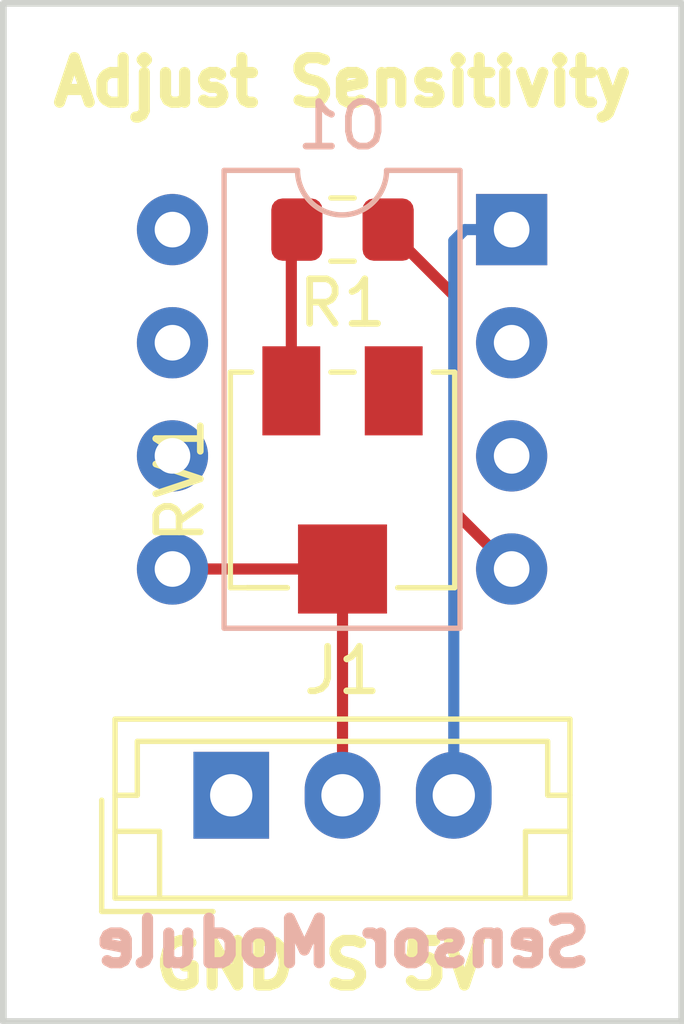
<source format=kicad_pcb>

(kicad_pcb
  (version 20171130)
  (host pcbnew "(5.0.0-3-g5ebb6b6)")
  (general
    (thickness 1.6)
    (drawings 7)
    (tracks 11)
    (zones 0)
    (modules 4)
    (nets 6))
  (page A4)
  (layers
    (0 F.Cu signal)
    (31 B.Cu signal)
    (32 B.Adhes user)
    (33 F.Adhes user)
    (34 B.Paste user)
    (35 F.Paste user)
    (36 B.SilkS user)
    (37 F.SilkS user)
    (38 B.Mask user)
    (39 F.Mask user)
    (40 Dwgs.User user)
    (41 Cmts.User user)
    (42 Eco1.User user)
    (43 Eco2.User user)
    (44 Edge.Cuts user)
    (45 Margin user)
    (46 B.CrtYd user)
    (47 F.CrtYd user)
    (48 B.Fab user)
    (49 F.Fab user))
  (setup
    (last_trace_width 0.25)
    (trace_clearance 0.2)
    (zone_clearance 0.508)
    (zone_45_only no)
    (trace_min 0.2)
    (segment_width 0.2)
    (edge_width 0.15)
    (via_size 0.8)
    (via_drill 0.4)
    (via_min_size 0.4)
    (via_min_drill 0.3)
    (uvia_size 0.3)
    (uvia_drill 0.1)
    (uvias_allowed no)
    (uvia_min_size 0.2)
    (uvia_min_drill 0.1)
    (pcb_text_width 0.3)
    (pcb_text_size 1.5 1.5)
    (mod_edge_width 0.15)
    (mod_text_size 1 1)
    (mod_text_width 0.15)
    (pad_size 1.524 1.524)
    (pad_drill 0.762)
    (pad_to_mask_clearance 0.2)
    (aux_axis_origin 0 0)
    (visible_elements FFFFFF7F)
    (pcbplotparams
      (layerselection 0x3ffff_ffffffff)
      (usegerberextensions false)
      (usegerberattributes false)
      (usegerberadvancedattributes false)
      (creategerberjobfile false)
      (excludeedgelayer true)
      (linewidth 0.1)
      (plotframeref false)
      (viasonmask false)
      (mode 1)
      (useauxorigin false)
      (hpglpennumber 1)
      (hpglpenspeed 20)
      (hpglpendiameter 15.0)
      (psnegative false)
      (psa4output false)
      (plotreference true)
      (plotvalue true)
      (plotinvisibletext false)
      (padsonsilk false)
      (subtractmaskfromsilk false)
      (outputformat 1)
      (mirror false)
      (drillshape 0)
      (scaleselection 1)
      (outputdirectory "")))
  (net 0 "")
  (net 1 GND)
  (net 2 "Net-(J1-Pad2)")
  (net 3 +5V)
  (net 4 "Net-(O1-Pad4)")
  (net 5 "Net-(R1-Pad2)")
  (net_class Default "Dies ist die voreingestellte Netzklasse."
    (clearance 0.2)
    (trace_width 0.25)
    (via_dia 0.8)
    (via_drill 0.4)
    (uvia_dia 0.3)
    (uvia_drill 0.1)
    (add_net +5V)
    (add_net GND)
    (add_net "Net-(J1-Pad2)")
    (add_net "Net-(O1-Pad4)")
    (add_net "Net-(R1-Pad2)"))
  (module Connector_JST:JST_EH_B03B-EH-A_1x03_P2.50mm_Vertical
    (layer F.Cu)
    (tedit 5A0EB040)
    (tstamp 5C132464)
    (at 130.85 66.04)
    (descr "JST EH series connector, B03B-EH-A (http://www.jst-mfg.com/product/pdf/eng/eEH.pdf), generated with kicad-footprint-generator")
    (tags "connector JST EH side entry")
    (path /5BEB690C)
    (fp_text reference J1
      (at 2.5 -2.8)
      (layer F.SilkS)
      (effects
        (font
          (size 1 1)
          (thickness 0.15))))
    (fp_text value Conn_01x03_Male
      (at 2.5 3.4)
      (layer F.Fab)
      (effects
        (font
          (size 1 1)
          (thickness 0.15))))
    (fp_text user %R
      (at 2.5 1.5)
      (layer F.Fab)
      (effects
        (font
          (size 1 1)
          (thickness 0.15))))
    (fp_line
      (start -2.5 -1.6)
      (end -2.5 2.2)
      (layer F.Fab)
      (width 0.1))
    (fp_line
      (start -2.5 2.2)
      (end 7.5 2.2)
      (layer F.Fab)
      (width 0.1))
    (fp_line
      (start 7.5 2.2)
      (end 7.5 -1.6)
      (layer F.Fab)
      (width 0.1))
    (fp_line
      (start 7.5 -1.6)
      (end -2.5 -1.6)
      (layer F.Fab)
      (width 0.1))
    (fp_line
      (start -3 -2.1)
      (end -3 2.7)
      (layer F.CrtYd)
      (width 0.05))
    (fp_line
      (start -3 2.7)
      (end 8 2.7)
      (layer F.CrtYd)
      (width 0.05))
    (fp_line
      (start 8 2.7)
      (end 8 -2.1)
      (layer F.CrtYd)
      (width 0.05))
    (fp_line
      (start 8 -2.1)
      (end -3 -2.1)
      (layer F.CrtYd)
      (width 0.05))
    (fp_line
      (start -2.61 -1.71)
      (end -2.61 2.31)
      (layer F.SilkS)
      (width 0.12))
    (fp_line
      (start -2.61 2.31)
      (end 7.61 2.31)
      (layer F.SilkS)
      (width 0.12))
    (fp_line
      (start 7.61 2.31)
      (end 7.61 -1.71)
      (layer F.SilkS)
      (width 0.12))
    (fp_line
      (start 7.61 -1.71)
      (end -2.61 -1.71)
      (layer F.SilkS)
      (width 0.12))
    (fp_line
      (start -2.61 0)
      (end -2.11 0)
      (layer F.SilkS)
      (width 0.12))
    (fp_line
      (start -2.11 0)
      (end -2.11 -1.21)
      (layer F.SilkS)
      (width 0.12))
    (fp_line
      (start -2.11 -1.21)
      (end 7.11 -1.21)
      (layer F.SilkS)
      (width 0.12))
    (fp_line
      (start 7.11 -1.21)
      (end 7.11 0)
      (layer F.SilkS)
      (width 0.12))
    (fp_line
      (start 7.11 0)
      (end 7.61 0)
      (layer F.SilkS)
      (width 0.12))
    (fp_line
      (start -2.61 0.81)
      (end -1.61 0.81)
      (layer F.SilkS)
      (width 0.12))
    (fp_line
      (start -1.61 0.81)
      (end -1.61 2.31)
      (layer F.SilkS)
      (width 0.12))
    (fp_line
      (start 7.61 0.81)
      (end 6.61 0.81)
      (layer F.SilkS)
      (width 0.12))
    (fp_line
      (start 6.61 0.81)
      (end 6.61 2.31)
      (layer F.SilkS)
      (width 0.12))
    (fp_line
      (start -2.91 0.11)
      (end -2.91 2.61)
      (layer F.SilkS)
      (width 0.12))
    (fp_line
      (start -2.91 2.61)
      (end -0.41 2.61)
      (layer F.SilkS)
      (width 0.12))
    (fp_line
      (start -2.91 0.11)
      (end -2.91 2.61)
      (layer F.Fab)
      (width 0.1))
    (fp_line
      (start -2.91 2.61)
      (end -0.41 2.61)
      (layer F.Fab)
      (width 0.1))
    (pad 1 thru_hole rect
      (at 0 0)
      (size 1.7 1.95)
      (drill 0.95)
      (layers *.Cu *.Mask))
    (pad 2 thru_hole oval
      (at 2.5 0)
      (size 1.7 1.95)
      (drill 0.95)
      (layers *.Cu *.Mask)
      (net 2 "Net-(J1-Pad2)"))
    (pad 3 thru_hole oval
      (at 5 0)
      (size 1.7 1.95)
      (drill 0.95)
      (layers *.Cu *.Mask)
      (net 3 +5V))
    (model ${KISYS3DMOD}/Connector_JST.3dshapes/JST_EH_B03B-EH-A_1x03_P2.50mm_Vertical.wrl
      (at
        (xyz 0 0 0))
      (scale
        (xyz 1 1 1))
      (rotate
        (xyz 0 0 0))))
  (module Package_DIP:DIP-8_W7.62mm
    (layer B.Cu)
    (tedit 5A02E8C5)
    (tstamp 5C132480)
    (at 137.15 53.34 180)
    (descr "8-lead though-hole mounted DIP package, row spacing 7.62 mm (300 mils)")
    (tags "THT DIP DIL PDIP 2.54mm 7.62mm 300mil")
    (path /5BEB65C6)
    (fp_text reference O1
      (at 3.81 2.33 180)
      (layer B.SilkS)
      (effects
        (font
          (size 1 1)
          (thickness 0.15))
        (justify mirror)))
    (fp_text value opt101
      (at 3.81 -9.95 180)
      (layer B.Fab)
      (effects
        (font
          (size 1 1)
          (thickness 0.15))
        (justify mirror)))
    (fp_text user %R
      (at 3.81 -3.81 180)
      (layer B.Fab)
      (effects
        (font
          (size 1 1)
          (thickness 0.15))
        (justify mirror)))
    (fp_arc
      (start 3.81 1.33)
      (end 2.81 1.33)
      (angle 180)
      (layer B.SilkS)
      (width 0.12))
    (fp_line
      (start 1.635 1.27)
      (end 6.985 1.27)
      (layer B.Fab)
      (width 0.1))
    (fp_line
      (start 6.985 1.27)
      (end 6.985 -8.89)
      (layer B.Fab)
      (width 0.1))
    (fp_line
      (start 6.985 -8.89)
      (end 0.635 -8.89)
      (layer B.Fab)
      (width 0.1))
    (fp_line
      (start 0.635 -8.89)
      (end 0.635 0.27)
      (layer B.Fab)
      (width 0.1))
    (fp_line
      (start 0.635 0.27)
      (end 1.635 1.27)
      (layer B.Fab)
      (width 0.1))
    (fp_line
      (start 2.81 1.33)
      (end 1.16 1.33)
      (layer B.SilkS)
      (width 0.12))
    (fp_line
      (start 1.16 1.33)
      (end 1.16 -8.95)
      (layer B.SilkS)
      (width 0.12))
    (fp_line
      (start 1.16 -8.95)
      (end 6.46 -8.95)
      (layer B.SilkS)
      (width 0.12))
    (fp_line
      (start 6.46 -8.95)
      (end 6.46 1.33)
      (layer B.SilkS)
      (width 0.12))
    (fp_line
      (start 6.46 1.33)
      (end 4.81 1.33)
      (layer B.SilkS)
      (width 0.12))
    (fp_line
      (start -1.1 1.55)
      (end -1.1 -9.15)
      (layer B.CrtYd)
      (width 0.05))
    (fp_line
      (start -1.1 -9.15)
      (end 8.7 -9.15)
      (layer B.CrtYd)
      (width 0.05))
    (fp_line
      (start 8.7 -9.15)
      (end 8.7 1.55)
      (layer B.CrtYd)
      (width 0.05))
    (fp_line
      (start 8.7 1.55)
      (end -1.1 1.55)
      (layer B.CrtYd)
      (width 0.05))
    (pad 1 thru_hole rect
      (at 0 0 180)
      (size 1.6 1.6)
      (drill 0.8)
      (layers *.Cu *.Mask)
      (net 3 +5V))
    (pad 5 thru_hole oval
      (at 7.62 -7.62 180)
      (size 1.6 1.6)
      (drill 0.8)
      (layers *.Cu *.Mask)
      (net 2 "Net-(J1-Pad2)"))
    (pad 2 thru_hole oval
      (at 0 -2.54 180)
      (size 1.6 1.6)
      (drill 0.8)
      (layers *.Cu *.Mask))
    (pad 6 thru_hole oval
      (at 7.62 -5.08 180)
      (size 1.6 1.6)
      (drill 0.8)
      (layers *.Cu *.Mask))
    (pad 3 thru_hole oval
      (at 0 -5.08 180)
      (size 1.6 1.6)
      (drill 0.8)
      (layers *.Cu *.Mask))
    (pad 7 thru_hole oval
      (at 7.62 -2.54 180)
      (size 1.6 1.6)
      (drill 0.8)
      (layers *.Cu *.Mask))
    (pad 4 thru_hole oval
      (at 0 -7.62 180)
      (size 1.6 1.6)
      (drill 0.8)
      (layers *.Cu *.Mask)
      (net 4 "Net-(O1-Pad4)"))
    (pad 8 thru_hole oval
      (at 7.62 0 180)
      (size 1.6 1.6)
      (drill 0.8)
      (layers *.Cu *.Mask))
    (model ${KISYS3DMOD}/Package_DIP.3dshapes/DIP-8_W7.62mm.wrl
      (at
        (xyz 0 0 0))
      (scale
        (xyz 1 1 1))
      (rotate
        (xyz 0 0 0))))
  (module Resistor_SMD:R_0805_2012Metric_Pad1.15x1.40mm_HandSolder
    (layer F.Cu)
    (tedit 5B36C52B)
    (tstamp 5C132491)
    (at 133.35 53.34 180)
    (descr "Resistor SMD 0805 (2012 Metric), square (rectangular) end terminal, IPC_7351 nominal with elongated pad for handsoldering. (Body size source: https://docs.google.com/spreadsheets/d/1BsfQQcO9C6DZCsRaXUlFlo91Tg2WpOkGARC1WS5S8t0/edit?usp=sharing), generated with kicad-footprint-generator")
    (tags "resistor handsolder")
    (path /5BEB3BC5)
    (attr smd)
    (fp_text reference R1
      (at 0 -1.65 180)
      (layer F.SilkS)
      (effects
        (font
          (size 1 1)
          (thickness 0.15))))
    (fp_text value R
      (at 0 1.65 180)
      (layer F.Fab)
      (effects
        (font
          (size 1 1)
          (thickness 0.15))))
    (fp_text user %R
      (at 0 0 180)
      (layer F.Fab)
      (effects
        (font
          (size 0.5 0.5)
          (thickness 0.08))))
    (fp_line
      (start -1 0.6)
      (end -1 -0.6)
      (layer F.Fab)
      (width 0.1))
    (fp_line
      (start -1 -0.6)
      (end 1 -0.6)
      (layer F.Fab)
      (width 0.1))
    (fp_line
      (start 1 -0.6)
      (end 1 0.6)
      (layer F.Fab)
      (width 0.1))
    (fp_line
      (start 1 0.6)
      (end -1 0.6)
      (layer F.Fab)
      (width 0.1))
    (fp_line
      (start -0.261252 -0.71)
      (end 0.261252 -0.71)
      (layer F.SilkS)
      (width 0.12))
    (fp_line
      (start -0.261252 0.71)
      (end 0.261252 0.71)
      (layer F.SilkS)
      (width 0.12))
    (fp_line
      (start -1.85 0.95)
      (end -1.85 -0.95)
      (layer F.CrtYd)
      (width 0.05))
    (fp_line
      (start -1.85 -0.95)
      (end 1.85 -0.95)
      (layer F.CrtYd)
      (width 0.05))
    (fp_line
      (start 1.85 -0.95)
      (end 1.85 0.95)
      (layer F.CrtYd)
      (width 0.05))
    (fp_line
      (start 1.85 0.95)
      (end -1.85 0.95)
      (layer F.CrtYd)
      (width 0.05))
    (pad 1 smd roundrect
      (at -1.025 0 180)
      (size 1.15 1.4)
      (layers F.Cu F.Paste F.Mask)
      (roundrect_rratio 0.217391)
      (net 4 "Net-(O1-Pad4)"))
    (pad 2 smd roundrect
      (at 1.025 0 180)
      (size 1.15 1.4)
      (layers F.Cu F.Paste F.Mask)
      (roundrect_rratio 0.217391)
      (net 5 "Net-(R1-Pad2)"))
    (model ${KISYS3DMOD}/Resistor_SMD.3dshapes/R_0805_2012Metric.wrl
      (at
        (xyz 0 0 0))
      (scale
        (xyz 1 1 1))
      (rotate
        (xyz 0 0 0))))
  (module Potentiometer_SMD:Potentiometer_Bourns_3214J_Horizontal
    (layer F.Cu)
    (tedit 5A3D7171)
    (tstamp 5C1324B0)
    (at 133.35 58.96 90)
    (descr "Potentiometer, horizontal, Bourns 3214J, https://www.bourns.com/docs/Product-Datasheets/3214.pdf")
    (tags "Potentiometer horizontal Bourns 3214J")
    (path /5BEB3EB0)
    (attr smd)
    (fp_text reference RV1
      (at 0 -3.65 90)
      (layer F.SilkS)
      (effects
        (font
          (size 1 1)
          (thickness 0.15))))
    (fp_text value R_POT
      (at 0 3.65 90)
      (layer F.Fab)
      (effects
        (font
          (size 1 1)
          (thickness 0.15))))
    (fp_text user %R
      (at 0 0 90)
      (layer F.Fab)
      (effects
        (font
          (size 1 1)
          (thickness 0.15))))
    (fp_line
      (start -2.3 -2.4)
      (end -2.3 2.4)
      (layer F.Fab)
      (width 0.1))
    (fp_line
      (start -2.3 2.4)
      (end 2.3 2.4)
      (layer F.Fab)
      (width 0.1))
    (fp_line
      (start 2.3 2.4)
      (end 2.3 -2.4)
      (layer F.Fab)
      (width 0.1))
    (fp_line
      (start 2.3 -2.4)
      (end -2.3 -2.4)
      (layer F.Fab)
      (width 0.1))
    (fp_line
      (start -2.3 -2.02)
      (end -2.3 -0.24)
      (layer F.Fab)
      (width 0.1))
    (fp_line
      (start -2.3 -0.24)
      (end -2.3 -0.24)
      (layer F.Fab)
      (width 0.1))
    (fp_line
      (start -2.3 -0.24)
      (end -2.3 -2.02)
      (layer F.Fab)
      (width 0.1))
    (fp_line
      (start -2.3 -2.02)
      (end -2.3 -2.02)
      (layer F.Fab)
      (width 0.1))
    (fp_line
      (start -2.3 -1.13)
      (end -2.3 -1.13)
      (layer F.Fab)
      (width 0.1))
    (fp_line
      (start -2.42 -2.52)
      (end 2.42 -2.52)
      (layer F.SilkS)
      (width 0.12))
    (fp_line
      (start -2.42 2.52)
      (end 2.42 2.52)
      (layer F.SilkS)
      (width 0.12))
    (fp_line
      (start -2.42 -2.52)
      (end -2.42 -1.24)
      (layer F.SilkS)
      (width 0.12))
    (fp_line
      (start -2.42 1.24)
      (end -2.42 2.52)
      (layer F.SilkS)
      (width 0.12))
    (fp_line
      (start 2.42 -2.52)
      (end 2.42 -2.04)
      (layer F.SilkS)
      (width 0.12))
    (fp_line
      (start 2.42 -0.26)
      (end 2.42 0.26)
      (layer F.SilkS)
      (width 0.12))
    (fp_line
      (start 2.42 2.04)
      (end 2.42 2.52)
      (layer F.SilkS)
      (width 0.12))
    (fp_line
      (start -2.42 -2.14)
      (end -2.42 -2.14)
      (layer F.SilkS)
      (width 0.12))
    (fp_line
      (start -2.42 -2.14)
      (end -2.42 -1.24)
      (layer F.SilkS)
      (width 0.12))
    (fp_line
      (start -2.42 -2.14)
      (end -2.42 -1.24)
      (layer F.SilkS)
      (width 0.12))
    (fp_line
      (start -3.25 -2.65)
      (end -3.25 2.65)
      (layer F.CrtYd)
      (width 0.05))
    (fp_line
      (start -3.25 2.65)
      (end 3.25 2.65)
      (layer F.CrtYd)
      (width 0.05))
    (fp_line
      (start 3.25 2.65)
      (end 3.25 -2.65)
      (layer F.CrtYd)
      (width 0.05))
    (fp_line
      (start 3.25 -2.65)
      (end -3.25 -2.65)
      (layer F.CrtYd)
      (width 0.05))
    (pad 1 smd rect
      (at 2 -1.15 90)
      (size 2 1.3)
      (layers F.Cu F.Paste F.Mask)
      (net 5 "Net-(R1-Pad2)"))
    (pad 2 smd rect
      (at -2 0 90)
      (size 2 2)
      (layers F.Cu F.Paste F.Mask)
      (net 2 "Net-(J1-Pad2)"))
    (pad 3 smd rect
      (at 2 1.15 90)
      (size 2 1.3)
      (layers F.Cu F.Paste F.Mask))
    (model ${KISYS3DMOD}/Potentiometer_SMD.3dshapes/Potentiometer_Bourns_3214J_Horizontal.wrl
      (at
        (xyz 0 0 0))
      (scale
        (xyz 1 1 1))
      (rotate
        (xyz 0 0 0))))
  (gr_text "Sensor Module"
    (at 133.35 69.35)
    (layer B.SilkS)
    (effects
      (font
        (size 1 1)
        (thickness 0.25))
      (justify mirror)))
  (gr_text "GND S 5V"
    (at 132.85 69.85)
    (layer F.SilkS)
    (effects
      (font
        (size 1 1)
        (thickness 0.25))))
  (gr_text "Adjust Sensitivity"
    (at 133.35 50.03)
    (layer F.SilkS)
    (effects
      (font
        (size 1 1)
        (thickness 0.25))))
  (gr_line
    (start 140.97 48.26)
    (end 125.73 48.26)
    (layer Edge.Cuts)
    (width 0.15))
  (gr_line
    (start 140.97 71.12)
    (end 140.97 48.26)
    (layer Edge.Cuts)
    (width 0.15))
  (gr_line
    (start 125.73 71.12)
    (end 140.97 71.12)
    (layer Edge.Cuts)
    (width 0.15))
  (gr_line
    (start 125.73 48.26)
    (end 125.73 71.12)
    (layer Edge.Cuts)
    (width 0.15))
  (segment
    (start 129.53 60.96)
    (end 133.35 60.96)
    (width 0.25)
    (layer F.Cu)
    (net 2))
  (segment
    (start 133.35 60.96)
    (end 133.35 66.04)
    (width 0.25)
    (layer F.Cu)
    (net 2))
  (segment
    (start 135.85 53.59)
    (end 136.1 53.34)
    (width 0.25)
    (layer B.Cu)
    (net 3))
  (segment
    (start 136.1 53.34)
    (end 137.15 53.34)
    (width 0.25)
    (layer B.Cu)
    (net 3))
  (segment
    (start 135.85 66.04)
    (end 135.85 53.59)
    (width 0.25)
    (layer B.Cu)
    (net 3))
  (segment
    (start 134.375 53.34)
    (end 135.89 54.855)
    (width 0.25)
    (layer F.Cu)
    (net 4))
  (segment
    (start 135.89 59.7)
    (end 137.15 60.96)
    (width 0.25)
    (layer F.Cu)
    (net 4))
  (segment
    (start 135.89 54.855)
    (end 135.89 59.7)
    (width 0.25)
    (layer F.Cu)
    (net 4))
  (segment
    (start 132.2 53.465)
    (end 132.325 53.34)
    (width 0.25)
    (layer F.Cu)
    (net 5))
  (segment
    (start 132.2 56.96)
    (end 132.2 53.465)
    (width 0.25)
    (layer F.Cu)
    (net 5)))
</source>
